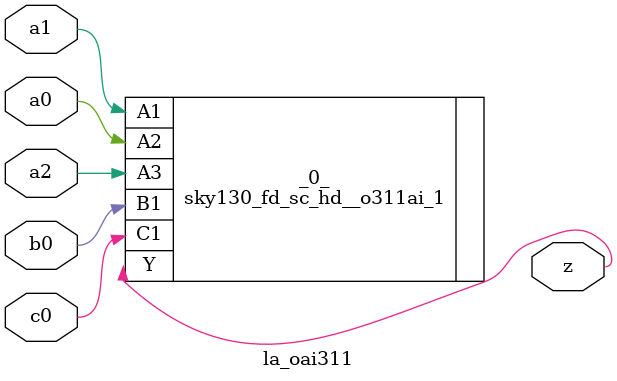
<source format=v>
/* Generated by Yosys 0.37 (git sha1 a5c7f69ed, clang 14.0.0-1ubuntu1.1 -fPIC -Os) */

module la_oai311(a0, a1, a2, b0, c0, z);
  input a0;
  wire a0;
  input a1;
  wire a1;
  input a2;
  wire a2;
  input b0;
  wire b0;
  input c0;
  wire c0;
  output z;
  wire z;
  sky130_fd_sc_hd__o311ai_1 _0_ (
    .A1(a1),
    .A2(a0),
    .A3(a2),
    .B1(b0),
    .C1(c0),
    .Y(z)
  );
endmodule

</source>
